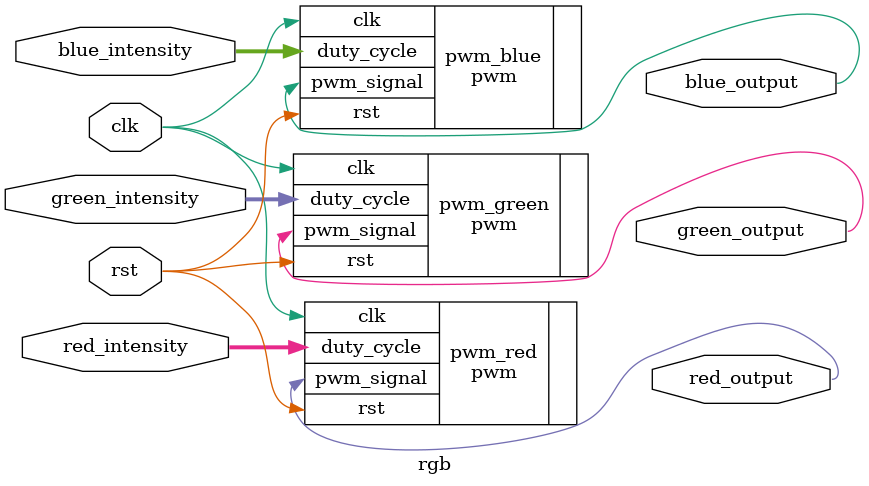
<source format=v>
`timescale 1ns / 1ps
module rgb
    #(parameter WIDTH = 8) (
    input wire clk,
    input wire rst,
    input wire [WIDTH - 1:0] red_intensity, green_intensity, blue_intensity,
    output wire red_output, green_output, blue_output
    );

    pwm #(.WIDTH(WIDTH)) pwm_red (
        .clk(clk),
        .rst(rst),
        .duty_cycle(red_intensity),
        .pwm_signal(red_output)
    );

    pwm #(.WIDTH(WIDTH)) pwm_green (
        .clk(clk),
        .rst(rst),
        .duty_cycle(green_intensity),
        .pwm_signal(green_output)
    );

    pwm #(.WIDTH(WIDTH)) pwm_blue (
        .clk(clk),
        .rst(rst),
        .duty_cycle(blue_intensity),
        .pwm_signal(blue_output)
    );

endmodule


</source>
